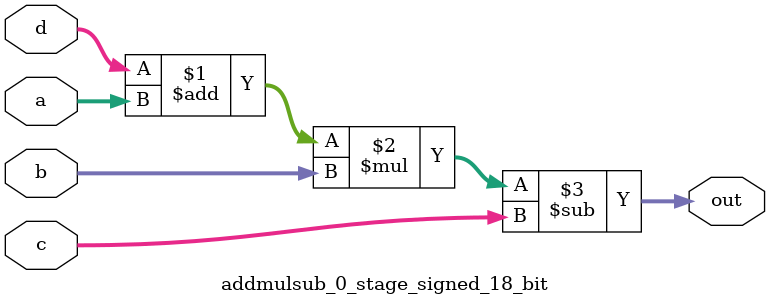
<source format=sv>
(* use_dsp = "yes" *) module addmulsub_0_stage_signed_18_bit(
	input signed [17:0] a,
	input signed [17:0] b,
	input signed [17:0] c,
	input signed [17:0] d,
	output [17:0] out
	);

	assign out = ((d + a) * b) - c;
endmodule

</source>
